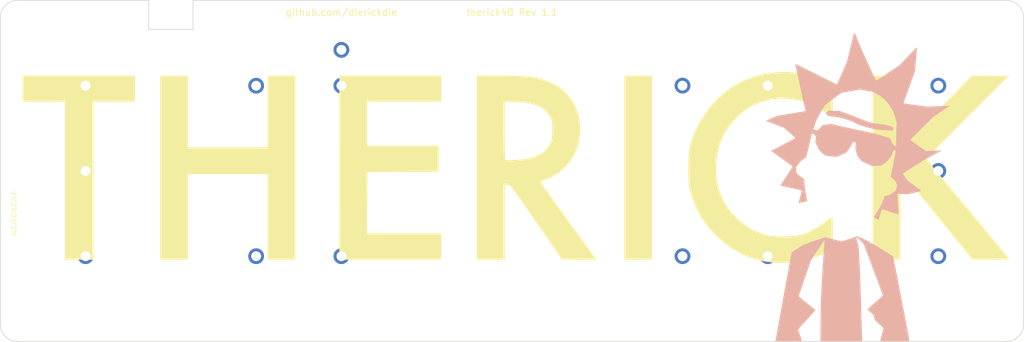
<source format=kicad_pcb>
(kicad_pcb (version 20171130) (host pcbnew "(5.1.2-1)-1")
  (layers (0 F.Cu signal) (31 B.Cu signal) (34 B.Paste user) (35 F.Paste user) (36 B.SilkS user) (37 F.SilkS user) (38 B.Mask user) (39 F.Mask user) (44 Edge.Cuts user))
  (net 0 "")
  (module Artwork:THERICK (layer F.Cu) (at 160.36 72.96)
    (fp_text reference U49 hide)
    (fp_text value HOLE hide)
    (fp_poly (pts (xy 86.541429 -13.153572) (xy 86.544383 -11.481928) (xy 86.552837 -9.927895) (xy 86.566177 -8.52779) (xy 86.58379 -7.317933) (xy 86.605064 -6.334643) (xy 86.629383 -5.61424) (xy 86.656136 -5.193043) (xy 86.6775 -5.095355) (xy 86.824557 -5.224856) (xy 87.201854 -5.592937) (xy 87.787423 -6.177302) (xy 88.559299 -6.955652) (xy 89.495516 -7.90569) (xy 90.574106 -9.005118) (xy 91.773104 -10.231639) (xy 93.070542 -11.562955) (xy 94.444456 -12.976769) (xy 94.615 -13.152539) (xy 102.416429 -21.194368) (xy 106.588619 -21.210756) (xy 110.760809 -21.227143) (xy 101.521567 -11.986569) (xy 99.753816 -10.21758) (xy 98.226687 -8.686557) (xy 96.92344 -7.375669) (xy 95.827337 -6.267087) (xy 94.921638 -5.342981) (xy 94.189605 -4.585522) (xy 93.614499 -3.97688) (xy 93.17958 -3.499225) (xy 92.86811 -3.134729) (xy 92.66335 -2.86556) (xy 92.548561 -2.673891) (xy 92.507003 -2.541891) (xy 92.521938 -2.45173) (xy 92.54152 -2.421436) (xy 92.696489 -2.23282) (xy 93.064894 -1.78724) (xy 93.628341 -1.106874) (xy 94.368438 -0.213901) (xy 95.266789 0.869502) (xy 96.305002 2.121157) (xy 97.464682 3.518884) (xy 98.727436 5.040507) (xy 100.07487 6.663848) (xy 101.488591 8.366727) (xy 101.710637 8.634161) (xy 103.129267 10.343415) (xy 104.481451 11.973908) (xy 105.749138 13.503793) (xy 106.914276 14.911226) (xy 107.958814 16.17436) (xy 108.8647 17.271349) (xy 109.613883 18.180346) (xy 110.18831 18.879507) (xy 110.569931 19.346985) (xy 110.740694 19.560934) (xy 110.747416 19.570456) (xy 110.684449 19.641034) (xy 110.380363 19.695196) (xy 109.809268 19.734258) (xy 108.945277 19.759539) (xy 107.762501 19.772356) (xy 106.736065 19.774619) (xy 102.597857 19.773523) (xy 95.259568 10.70319) (xy 93.986099 9.131205) (xy 92.779362 7.645585) (xy 91.658732 6.269925) (xy 90.643586 5.027819) (xy 89.753298 3.942863) (xy 89.007244 3.038651) (xy 88.424799 2.338777) (xy 88.025338 1.866836) (xy 87.828238 1.646423) (xy 87.81123 1.632857) (xy 87.630246 1.751834) (xy 87.29916 2.052818) (xy 87.121305 2.231137) (xy 86.541429 2.829417) (xy 86.541429 19.775714) (xy 80.372857 19.775714) (xy 80.372857 -21.227143) (xy 86.541429 -21.227143) (xy 86.541429 -13.153572)) (layer F.SilkS) (width 0.01))
    (fp_poly (pts (xy 31.205714 19.775714) (xy 25.037143 19.775714) (xy 25.037143 -21.227143) (xy 31.205714 -21.227143) (xy 31.205714 19.775714)) (layer F.SilkS) (width 0.01))
    (fp_poly (pts (xy -2.8575 -21.226632) (xy -0.86858 -21.216504) (xy 0.810534 -21.183525) (xy 2.232432 -21.123129) (xy 3.449703 -21.030751) (xy 4.514938 -20.901828) (xy 5.480726 -20.731793) (xy 6.399657 -20.516083) (xy 6.889408 -20.380595) (xy 8.882546 -19.635106) (xy 10.622015 -18.633251) (xy 12.097926 -17.387428) (xy 13.300389 -15.91004) (xy 14.219516 -14.213488) (xy 14.845416 -12.310172) (xy 15.1682 -10.212495) (xy 15.184266 -9.978844) (xy 15.147829 -7.876509) (xy 14.788165 -5.882202) (xy 14.122034 -4.025788) (xy 13.166193 -2.337132) (xy 11.937404 -0.846102) (xy 10.452426 0.417438) (xy 8.806709 1.386127) (xy 8.106551 1.700047) (xy 7.450292 1.955484) (xy 6.972174 2.100505) (xy 6.947066 2.105515) (xy 6.543507 2.227169) (xy 6.352377 2.375195) (xy 6.35 2.391142) (xy 6.453811 2.565574) (xy 6.752762 3.006838) (xy 7.228126 3.688631) (xy 7.861178 4.584653) (xy 8.633193 5.6686) (xy 9.525445 6.914172) (xy 10.519208 8.295066) (xy 11.595758 9.78498) (xy 12.600244 11.170237) (xy 18.850489 19.775714) (xy 15.004173 19.766417) (xy 11.157857 19.757119) (xy 5.365321 11.420702) (xy 4.12364 9.634461) (xy 3.071038 8.123419) (xy 2.189863 6.864566) (xy 1.462464 5.834894) (xy 0.87119 5.011394) (xy 0.398388 4.371057) (xy 0.026408 3.890874) (xy -0.262402 3.547836) (xy -0.485694 3.318933) (xy -0.66112 3.181158) (xy -0.80633 3.111501) (xy -0.938976 3.086953) (xy -1.030036 3.084286) (xy -1.632857 3.084286) (xy -1.632857 19.775714) (xy -7.801428 19.775714) (xy -7.801428 -9.010953) (xy -1.632857 -9.010953) (xy -1.629133 -7.519354) (xy -1.618543 -6.142944) (xy -1.601962 -4.923771) (xy -1.580262 -3.903885) (xy -1.554317 -3.125333) (xy -1.525002 -2.630165) (xy -1.496786 -2.461875) (xy -1.254816 -2.407086) (xy -0.730217 -2.391724) (xy -0.000467 -2.410641) (xy 0.856954 -2.458687) (xy 1.764568 -2.530712) (xy 2.644896 -2.621568) (xy 3.420458 -2.726105) (xy 3.947692 -2.823724) (xy 5.522941 -3.329353) (xy 6.830792 -4.073763) (xy 7.866184 -5.053314) (xy 8.567093 -6.145479) (xy 8.752644 -6.569216) (xy 8.873658 -7.000286) (xy 8.943241 -7.531385) (xy 8.974495 -8.255207) (xy 8.980714 -9.071429) (xy 8.973839 -9.999356) (xy 8.94302 -10.658621) (xy 8.872966 -11.143314) (xy 8.748387 -11.547525) (xy 8.553993 -11.965346) (xy 8.490705 -12.086724) (xy 7.745203 -13.140985) (xy 6.724784 -13.991442) (xy 5.422313 -14.640968) (xy 3.830659 -15.092435) (xy 1.942686 -15.348717) (xy 0.226786 -15.415099) (xy -1.632857 -15.421429) (xy -1.632857 -9.010953) (xy -7.801428 -9.010953) (xy -7.801428 -21.227143) (xy -2.8575 -21.226632)) (layer F.SilkS) (width 0.01))
    (fp_poly (pts (xy -15.784286 -15.421429) (xy -32.294286 -15.421429) (xy -32.294286 -5.624286) (xy -16.328571 -5.624286) (xy -16.328571 0.177614) (xy -24.266071 0.224878) (xy -32.203571 0.272143) (xy -32.25111 7.121071) (xy -32.298649 13.97) (xy -15.784286 13.97) (xy -15.784286 19.775714) (xy -38.462857 19.775714) (xy -38.462857 -21.227143) (xy -15.784286 -21.227143) (xy -15.784286 -15.421429)) (layer F.SilkS) (width 0.01))
    (fp_poly (pts (xy -72.208571 -5.261429) (xy -54.428571 -5.261429) (xy -54.428571 -21.227143) (xy -48.26 -21.227143) (xy -48.26 19.775714) (xy -54.428571 19.775714) (xy -54.428571 0.725714) (xy -72.208571 0.725714) (xy -72.208571 19.775714) (xy -78.377143 19.775714) (xy -78.377143 -21.227143) (xy -72.208571 -21.227143) (xy -72.208571 -5.261429)) (layer F.SilkS) (width 0.01))
    (fp_poly (pts (xy -84.001428 -15.421429) (xy -93.254286 -15.421429) (xy -93.254286 19.775714) (xy -99.604286 19.775714) (xy -99.604286 -15.421429) (xy -109.038571 -15.421429) (xy -109.038571 -21.227143) (xy -84.001428 -21.227143) (xy -84.001428 -15.421429)) (layer F.SilkS) (width 0.01))
    (fp_poly (pts (xy 63.962095 -21.825014) (xy 66.518146 -21.269081) (xy 67.037857 -21.111441) (xy 67.596927 -20.908104) (xy 68.36212 -20.596803) (xy 69.212931 -20.227616) (xy 69.713929 -19.999363) (xy 71.482857 -19.176683) (xy 71.482857 -11.758092) (xy 70.621072 -12.408957) (xy 68.491907 -13.823745) (xy 66.302874 -14.90734) (xy 64.07702 -15.657516) (xy 61.837395 -16.072047) (xy 59.607048 -16.148708) (xy 57.409029 -15.885273) (xy 55.266387 -15.279518) (xy 53.202172 -14.329216) (xy 52.84688 -14.125051) (xy 51.51512 -13.187418) (xy 50.184707 -11.980113) (xy 48.932844 -10.588305) (xy 47.836738 -9.097159) (xy 47.032218 -7.710714) (xy 46.246289 -5.766109) (xy 45.724895 -3.645744) (xy 45.474187 -1.428621) (xy 45.500317 0.806261) (xy 45.809435 2.9799) (xy 46.109253 4.143607) (xy 46.893011 6.129148) (xy 47.986788 8.016141) (xy 49.344306 9.750948) (xy 50.919284 11.279932) (xy 52.665441 12.549454) (xy 53.975 13.259797) (xy 55.127526 13.76871) (xy 56.146615 14.133244) (xy 57.13875 14.375393) (xy 58.210416 14.517148) (xy 59.468094 14.580504) (xy 60.415714 14.590065) (xy 61.795621 14.561868) (xy 63.014037 14.462424) (xy 64.127531 14.269453) (xy 65.19267 13.960677) (xy 66.266022 13.513817) (xy 67.404153 12.906594) (xy 68.663632 12.116729) (xy 70.101026 11.121943) (xy 71.14425 10.364656) (xy 71.257479 10.29533) (xy 71.342181 10.305341) (xy 71.402489 10.437472) (xy 71.442537 10.734505) (xy 71.46646 11.239221) (xy 71.478392 11.994403) (xy 71.482465 13.042833) (xy 71.482857 13.868925) (xy 71.482857 17.622109) (xy 69.986072 18.323291) (xy 67.349545 19.364294) (xy 64.608863 20.076038) (xy 61.810333 20.452061) (xy 59.000262 20.485899) (xy 56.458626 20.211609) (xy 53.884965 19.597764) (xy 51.421177 18.640603) (xy 49.078218 17.345923) (xy 46.867046 15.719523) (xy 45.34917 14.332857) (xy 43.585845 12.386523) (xy 42.147019 10.362462) (xy 40.994532 8.194971) (xy 40.090226 5.81835) (xy 39.772152 4.730527) (xy 39.604268 4.07609) (xy 39.481464 3.492591) (xy 39.396576 2.902316) (xy 39.342441 2.227552) (xy 39.311895 1.390583) (xy 39.297774 0.313697) (xy 39.29428 -0.453572) (xy 39.309993 -2.091749) (xy 39.37784 -3.460097) (xy 39.513188 -4.649775) (xy 39.7314 -5.751943) (xy 40.047841 -6.857761) (xy 40.477878 -8.058387) (xy 40.650189 -8.498098) (xy 41.662083 -10.627829) (xy 42.967155 -12.722745) (xy 44.505564 -14.708793) (xy 46.217466 -16.511921) (xy 48.043018 -18.058074) (xy 48.818214 -18.605688) (xy 51.066376 -19.887807) (xy 53.492308 -20.880976) (xy 56.045429 -21.578238) (xy 58.675155 -21.972636) (xy 61.330904 -22.057213) (xy 63.962095 -21.825014)) (layer F.SilkS) (width 0.01))
  )
  (module Artwork:rick_large (layer B.Cu) (at 237.60625 76.596875 180)
    (fp_text reference U65 hide)
    (fp_text value HOLE hide)
    (fp_poly (pts (xy 7.015348 16.828876) (xy 7.293472 16.555918) (xy 7.179463 16.265675) (xy 7.129511 16.145662) (xy 7.07489 16.054858) (xy 6.997239 15.986717) (xy 6.878202 15.934695) (xy 6.699419 15.892244) (xy 6.442533 15.852821) (xy 6.089185 15.809878) (xy 5.813351 15.778586) (xy 5.115897 15.680371) (xy 4.388311 15.542399) (xy 3.655785 15.371742) (xy 2.943513 15.175471) (xy 2.276688 14.960658) (xy 1.680501 14.734375) (xy 1.180146 14.503692) (xy 1.0795 14.449778) (xy 0.402342 14.116625) (xy -0.39138 13.800847) (xy -1.292025 13.50565) (xy -2.289948 13.234239) (xy -3.20675 13.024787) (xy -3.5783 12.952725) (xy -3.968008 12.89035) (xy -4.394824 12.835683) (xy -4.877699 12.786744) (xy -5.435581 12.741555) (xy -6.087421 12.698138) (xy -6.643891 12.665849) (xy -7.350532 12.626799) (xy -7.576549 12.825244) (xy -7.802566 13.02369) (xy -7.670251 13.247946) (xy -7.608846 13.346706) (xy -7.544687 13.422574) (xy -7.457186 13.485047) (xy -7.325758 13.543623) (xy -7.129814 13.607798) (xy -6.848768 13.687069) (xy -6.536107 13.771137) (xy -6.058887 13.881287) (xy -5.498397 13.977611) (xy -4.836374 14.063075) (xy -4.550905 14.093677) (xy -4.070542 14.145372) (xy -3.684674 14.194513) (xy -3.361081 14.247023) (xy -3.06754 14.308823) (xy -2.77183 14.385833) (xy -2.463338 14.477309) (xy -2.089201 14.599415) (xy -1.694645 14.739606) (xy -1.32836 14.879975) (xy -1.055683 14.995019) (xy -0.864897 15.076463) (xy -0.571936 15.194925) (xy -0.193899 15.343793) (xy 0.252119 15.516454) (xy 0.74902 15.706296) (xy 1.279707 15.906708) (xy 1.827084 16.111078) (xy 1.901192 16.13856) (xy 4.278634 17.019493) (xy 5.507929 17.060663) (xy 6.737225 17.101833) (xy 7.015348 16.828876)) (layer B.SilkS) (width 0.01))
    (fp_poly (pts (xy 1.043847 34.277804) (xy 1.0795 34.255908) (xy 1.094033 34.189366) (xy 1.135755 34.011175) (xy 1.201843 33.733091) (xy 1.289476 33.366867) (xy 1.395834 32.924258) (xy 1.518096 32.41702) (xy 1.653441 31.856908) (xy 1.799048 31.255675) (xy 1.840353 31.085353) (xy 2.601207 27.948892) (xy 3.697728 25.436492) (xy 3.964582 24.829531) (xy 4.20467 24.292426) (xy 4.414362 23.832892) (xy 4.590029 23.458647) (xy 4.728041 23.177407) (xy 4.824767 22.996886) (xy 4.876578 22.924801) (xy 4.879835 22.923797) (xy 4.948542 22.951763) (xy 5.121889 23.032908) (xy 5.391253 23.162954) (xy 5.748013 23.337627) (xy 6.183546 23.552651) (xy 6.68923 23.803751) (xy 7.256444 24.086652) (xy 7.876565 24.397079) (xy 8.540971 24.730756) (xy 9.24104 25.083407) (xy 9.565687 25.247293) (xy 10.404904 25.670873) (xy 11.137824 26.039939) (xy 11.771256 26.357736) (xy 12.31201 26.627506) (xy 12.766895 26.852494) (xy 13.142721 27.035945) (xy 13.446296 27.181101) (xy 13.68443 27.291208) (xy 13.863932 27.369508) (xy 13.991611 27.419247) (xy 14.074277 27.443668) (xy 14.11874 27.446015) (xy 14.131807 27.429532) (xy 14.130811 27.422168) (xy 14.084473 27.22151) (xy 14.016591 26.921487) (xy 13.929576 26.5331) (xy 13.825838 26.067352) (xy 13.707789 25.535245) (xy 13.57784 24.947781) (xy 13.438403 24.315962) (xy 13.291889 23.65079) (xy 13.140709 22.963268) (xy 12.987275 22.264397) (xy 12.833997 21.565179) (xy 12.683286 20.876617) (xy 12.537555 20.209712) (xy 12.399215 19.575467) (xy 12.270675 18.984884) (xy 12.154349 18.448965) (xy 12.052647 17.978712) (xy 11.96798 17.585127) (xy 11.90276 17.279213) (xy 11.859398 17.071971) (xy 11.840305 16.974403) (xy 11.839676 16.968158) (xy 11.904334 16.954459) (xy 12.082374 16.922627) (xy 12.361782 16.874669) (xy 12.730547 16.812592) (xy 13.176657 16.738402) (xy 13.6881 16.654105) (xy 14.252863 16.561709) (xy 14.858935 16.46322) (xy 14.972681 16.444806) (xy 18.08603 15.941111) (xy 19.361765 15.385532) (xy 19.73342 15.22223) (xy 20.062424 15.0749) (xy 20.332077 14.951249) (xy 20.525682 14.858983) (xy 20.626538 14.805811) (xy 20.637233 14.796851) (xy 20.580025 14.767276) (xy 20.417745 14.698516) (xy 20.164209 14.596044) (xy 19.833236 14.465334) (xy 19.438643 14.311857) (xy 18.994247 14.141086) (xy 18.664157 14.015408) (xy 16.691348 13.267065) (xy 15.394174 12.152486) (xy 15.051392 11.856408) (xy 14.742588 11.586711) (xy 14.480255 11.354547) (xy 14.276886 11.171068) (xy 14.144976 11.047427) (xy 14.097017 10.994775) (xy 14.097 10.994537) (xy 14.151089 10.954749) (xy 14.304039 10.864105) (xy 14.541873 10.730026) (xy 14.850614 10.559936) (xy 15.216284 10.361259) (xy 15.624907 10.141417) (xy 16.062507 9.907835) (xy 16.515105 9.667934) (xy 16.968725 9.42914) (xy 17.409389 9.198874) (xy 17.823122 8.98456) (xy 18.195946 8.793622) (xy 18.513883 8.633483) (xy 18.762958 8.511566) (xy 18.843625 8.473566) (xy 19.102753 8.349682) (xy 19.312942 8.241658) (xy 19.451024 8.161913) (xy 19.4945 8.124726) (xy 19.444414 8.079262) (xy 19.300974 7.967816) (xy 19.074406 7.797893) (xy 18.774934 7.576996) (xy 18.412785 7.312632) (xy 17.998183 7.012303) (xy 17.541354 6.683515) (xy 17.11325 6.37711) (xy 16.627564 6.028925) (xy 16.175176 5.701811) (xy 15.766323 5.403373) (xy 15.411242 5.141216) (xy 15.120169 4.922942) (xy 14.90334 4.756156) (xy 14.770994 4.648461) (xy 14.73254 4.608679) (xy 14.766464 4.542089) (xy 14.862956 4.381471) (xy 15.014467 4.138684) (xy 15.213448 3.825591) (xy 15.452348 3.45405) (xy 15.72362 3.035924) (xy 16.019712 2.583072) (xy 16.089709 2.4765) (xy 16.389238 2.019537) (xy 16.664847 1.596538) (xy 16.909148 1.219031) (xy 17.114756 0.898546) (xy 17.274283 0.64661) (xy 17.380343 0.474752) (xy 17.42555 0.394499) (xy 17.426509 0.390132) (xy 17.36222 0.371669) (xy 17.187559 0.328801) (xy 16.916129 0.26468) (xy 16.561533 0.182456) (xy 16.137374 0.08528) (xy 15.657254 -0.023698) (xy 15.134776 -0.141327) (xy 15.047322 -0.160927) (xy 14.51916 -0.279662) (xy 14.031053 -0.390238) (xy 13.596622 -0.489504) (xy 13.229488 -0.574313) (xy 12.943273 -0.641512) (xy 12.751598 -0.687953) (xy 12.668085 -0.710486) (xy 12.665666 -0.711666) (xy 12.675013 -0.776648) (xy 12.713448 -0.946579) (xy 12.776604 -1.203895) (xy 12.860116 -1.53103) (xy 12.959619 -1.910419) (xy 13.0175 -2.12725) (xy 13.12408 -2.526615) (xy 13.217756 -2.882344) (xy 13.294045 -3.177027) (xy 13.348467 -3.393256) (xy 13.376542 -3.513621) (xy 13.379191 -3.532612) (xy 13.316115 -3.52381) (xy 13.155508 -3.490317) (xy 12.923043 -3.438248) (xy 12.644397 -3.373721) (xy 12.345244 -3.302853) (xy 12.051258 -3.231761) (xy 11.788115 -3.166562) (xy 11.581489 -3.113373) (xy 11.457054 -3.078311) (xy 11.432868 -3.068898) (xy 11.433661 -2.998799) (xy 11.473604 -2.861035) (xy 11.481705 -2.839201) (xy 11.514058 -2.719856) (xy 11.562717 -2.495513) (xy 11.623738 -2.186548) (xy 11.693176 -1.813339) (xy 11.767087 -1.396261) (xy 11.812212 -1.131816) (xy 11.907124 -0.546808) (xy 11.977248 -0.063396) (xy 12.025153 0.340843) (xy 12.053406 0.688332) (xy 12.064575 1.001494) (xy 12.065 1.075627) (xy 12.065 1.779638) (xy 12.92225 2.415304) (xy 13.205406 2.626354) (xy 13.449123 2.810074) (xy 13.636681 2.953695) (xy 13.751364 3.044445) (xy 13.7795 3.070182) (xy 13.787777 3.136952) (xy 13.810191 3.302904) (xy 13.843115 3.54147) (xy 13.874962 3.76945) (xy 13.970425 4.449506) (xy 13.39345 5.178207) (xy 13.148671 5.481797) (xy 12.952481 5.707406) (xy 12.77877 5.879761) (xy 12.601427 6.02359) (xy 12.394342 6.163621) (xy 12.2739 6.238466) (xy 12.036764 6.392494) (xy 11.84008 6.537214) (xy 11.71066 6.651998) (xy 11.676356 6.698137) (xy 11.646581 6.795509) (xy 11.593703 6.997106) (xy 11.522568 7.283264) (xy 11.438022 7.634323) (xy 11.344913 8.03062) (xy 11.300414 8.22325) (xy 11.157711 8.839369) (xy 11.017343 9.436048) (xy 10.882451 10.00064) (xy 10.756175 10.520496) (xy 10.641656 10.982967) (xy 10.542034 11.375404) (xy 10.46045 11.68516) (xy 10.400046 11.899586) (xy 10.363961 12.006033) (xy 10.359072 12.01433) (xy 10.297158 11.995208) (xy 10.166571 11.905976) (xy 9.991056 11.763631) (xy 9.912524 11.694673) (xy 9.506557 11.330437) (xy 9.564592 10.647347) (xy 9.622626 9.964256) (xy 9.245405 9.139933) (xy 8.868184 8.315609) (xy 7.52475 7.068099) (xy 6.235506 6.91245) (xy 4.946263 6.756801) (xy 3.871563 7.204276) (xy 2.796864 7.65175) (xy 2.262021 8.347042) (xy 1.930262 8.804865) (xy 1.684225 9.207401) (xy 1.519413 9.553542) (xy 1.424145 9.785876) (xy 1.347597 9.968682) (xy 1.301717 10.07359) (xy 1.294577 10.087456) (xy 1.229128 10.085779) (xy 1.079195 10.057183) (xy 0.95037 10.026318) (xy 0.623234 9.942476) (xy 0.671018 9.305113) (xy 0.693029 9.015314) (xy 0.705865 8.800566) (xy 0.705726 8.629226) (xy 0.688807 8.46965) (xy 0.651308 8.290195) (xy 0.589426 8.059219) (xy 0.499359 7.745078) (xy 0.472216 7.650616) (xy 0.235819 6.82625) (xy -0.260109 6.283627) (xy -0.756036 5.741004) (xy -1.886143 5.230568) (xy -3.01625 4.720131) (xy -4.03225 4.791852) (xy -5.04825 4.863572) (xy -5.715 5.322535) (xy -6.022632 5.540826) (xy -6.257738 5.72882) (xy -6.456679 5.921402) (xy -6.655818 6.153452) (xy -6.868318 6.428937) (xy -7.100643 6.748854) (xy -7.270602 7.014456) (xy -7.400501 7.266087) (xy -7.512646 7.544087) (xy -7.560889 7.681563) (xy -7.649176 7.938078) (xy -7.722395 8.145496) (xy -7.771015 8.277114) (xy -7.785073 8.309586) (xy -7.847792 8.299378) (xy -7.984956 8.247049) (xy -8.058472 8.214336) (xy -8.232001 8.110416) (xy -8.290804 8.015203) (xy -8.288851 8.001) (xy -8.253995 7.85174) (xy -8.199591 7.599648) (xy -8.130045 7.266615) (xy -8.049761 6.87453) (xy -7.963146 6.445283) (xy -7.874604 6.000764) (xy -7.788542 5.562861) (xy -7.709365 5.153465) (xy -7.641478 4.794465) (xy -7.618991 4.672714) (xy -7.542682 4.260981) (xy -7.46282 3.838678) (xy -7.386828 3.444504) (xy -7.322129 3.11716) (xy -7.296194 2.989964) (xy -7.170048 2.38125) (xy -7.704762 1.87325) (xy -7.950267 1.633709) (xy -8.123439 1.443646) (xy -8.248522 1.270067) (xy -8.349763 1.079982) (xy -8.4365 0.877525) (xy -8.633523 0.3898) (xy -8.421064 -0.201975) (xy -8.208604 -0.79375) (xy -7.540952 -1.281431) (xy -7.262594 -1.482573) (xy -7.056355 -1.621695) (xy -6.892701 -1.712911) (xy -6.742099 -1.770332) (xy -6.575014 -1.80807) (xy -6.375391 -1.838366) (xy -6.136266 -1.876465) (xy -5.948778 -1.915377) (xy -5.846218 -1.947943) (xy -5.838011 -1.953934) (xy -5.801474 -2.029213) (xy -5.732636 -2.197848) (xy -5.6419 -2.433588) (xy -5.555375 -2.667) (xy -5.341305 -3.207685) (xy -5.083407 -3.784335) (xy -4.796979 -4.367531) (xy -4.497321 -4.927853) (xy -4.199731 -5.435884) (xy -3.919511 -5.862204) (xy -3.830237 -5.984203) (xy -3.650913 -6.224304) (xy -3.506009 -6.424681) (xy -3.409411 -6.565655) (xy -3.375007 -6.627548) (xy -3.375494 -6.628611) (xy -3.435222 -6.666684) (xy -3.578191 -6.75673) (xy -3.779969 -6.88338) (xy -3.919956 -6.971082) (xy -4.442661 -7.298345) (xy -4.548283 -6.935297) (xy -4.606811 -6.732804) (xy -4.689346 -6.445518) (xy -4.785172 -6.110809) (xy -4.883575 -5.766045) (xy -4.889073 -5.74675) (xy -5.001585 -5.374573) (xy -5.097339 -5.10486) (xy -5.173246 -4.945581) (xy -5.21575 -4.903293) (xy -5.297188 -4.918443) (xy -5.482879 -4.970036) (xy -5.757009 -5.053132) (xy -6.103762 -5.162795) (xy -6.507323 -5.294086) (xy -6.951876 -5.442068) (xy -7.082117 -5.486015) (xy -7.53118 -5.63718) (xy -7.939732 -5.773144) (xy -8.29276 -5.889036) (xy -8.575253 -5.979985) (xy -8.772199 -6.041121) (xy -8.868585 -6.067571) (xy -8.875686 -6.067981) (xy -8.876949 -6.002742) (xy -8.871714 -5.828561) (xy -8.86091 -5.563278) (xy -8.845463 -5.224733) (xy -8.826302 -4.830767) (xy -8.804353 -4.39922) (xy -8.780545 -3.947932) (xy -8.755806 -3.494745) (xy -8.731062 -3.057497) (xy -8.707241 -2.65403) (xy -8.685272 -2.302184) (xy -8.666081 -2.019799) (xy -8.663066 -1.978698) (xy -8.623654 -1.449146) (xy -11.01725 -1.536832) (xy -12.446 -1.205074) (xy -12.855495 -1.108529) (xy -13.223657 -1.018947) (xy -13.532384 -0.940962) (xy -13.763571 -0.879204) (xy -13.899113 -0.838308) (xy -13.926466 -0.826267) (xy -13.893377 -0.776701) (xy -13.771104 -0.665579) (xy -13.57416 -0.504668) (xy -13.317056 -0.305737) (xy -13.014303 -0.080554) (xy -12.942216 -0.028082) (xy -12.443207 0.33397) (xy -12.034425 0.63237) (xy -11.703356 0.878123) (xy -11.437489 1.082233) (xy -11.22431 1.255704) (xy -11.051306 1.409541) (xy -10.905964 1.554749) (xy -10.775771 1.702331) (xy -10.648215 1.863292) (xy -10.510782 2.048637) (xy -10.387906 2.21828) (xy -10.19478 2.491056) (xy -10.033704 2.729327) (xy -9.917241 2.91364) (xy -9.857955 3.024544) (xy -9.853419 3.045788) (xy -9.909641 3.090996) (xy -10.062467 3.197144) (xy -10.301206 3.357221) (xy -10.615168 3.564215) (xy -10.993664 3.811115) (xy -11.426004 4.09091) (xy -11.901499 4.396589) (xy -12.35075 4.68373) (xy -13.011675 5.103308) (xy -13.586506 5.463835) (xy -14.094809 5.776727) (xy -14.556147 6.053398) (xy -14.990087 6.305265) (xy -15.416192 6.543742) (xy -15.854026 6.780244) (xy -16.323155 7.026188) (xy -16.680433 7.209973) (xy -17.124505 7.437973) (xy -17.529136 7.647524) (xy -17.881274 7.831725) (xy -18.167868 7.983675) (xy -18.375867 8.096474) (xy -18.492221 8.163221) (xy -18.512497 8.178671) (xy -18.44605 8.181785) (xy -18.269307 8.179891) (xy -17.998851 8.173449) (xy -17.651268 8.162916) (xy -17.243143 8.148749) (xy -16.791061 8.131405) (xy -16.77235 8.130654) (xy -15.053322 8.061518) (xy -13.273411 9.280955) (xy -12.85295 9.57017) (xy -12.4679 9.837243) (xy -12.130337 10.073629) (xy -11.852334 10.270777) (xy -11.645966 10.420142) (xy -11.523308 10.513174) (xy -11.4935 10.540992) (xy -11.537321 10.591947) (xy -11.663425 10.724084) (xy -11.863776 10.929301) (xy -12.130337 11.1995) (xy -12.455072 11.52658) (xy -12.829943 11.90244) (xy -13.246915 12.31898) (xy -13.69795 12.7681) (xy -14.049436 13.117172) (xy -15.389184 14.44625) (xy -8.462472 14.44625) (xy -8.409172 12.41425) (xy -8.396019 11.882054) (xy -8.384569 11.358604) (xy -8.375199 10.866051) (xy -8.368282 10.42655) (xy -8.364194 10.062251) (xy -8.363308 9.795308) (xy -8.363795 9.731375) (xy -8.36478 9.461235) (xy -8.361184 9.245856) (xy -8.353717 9.111784) (xy -8.346342 9.0805) (xy -8.283862 9.112027) (xy -8.146238 9.194194) (xy -7.985336 9.295201) (xy -7.838048 9.394776) (xy -7.726518 9.491851) (xy -7.632006 9.612905) (xy -7.535771 9.784415) (xy -7.419076 10.032861) (xy -7.344058 10.201315) (xy -7.038411 10.892728) (xy -6.170331 11.19068) (xy -5.567917 11.384278) (xy -4.847824 11.592444) (xy -4.018279 11.81313) (xy -3.08751 12.044288) (xy -2.063747 12.283869) (xy -0.955216 12.529824) (xy 0.132727 12.760034) (xy 0.765059 12.892789) (xy 1.438443 13.037427) (xy 2.123748 13.187471) (xy 2.791843 13.336444) (xy 3.413596 13.47787) (xy 3.959876 13.605272) (xy 4.275042 13.680998) (xy 4.733561 13.790778) (xy 5.1626 13.889342) (xy 5.543493 13.972729) (xy 5.857575 14.036975) (xy 6.086182 14.078118) (xy 6.210648 14.092195) (xy 6.211792 14.092176) (xy 6.362593 14.080036) (xy 6.606247 14.050356) (xy 6.910504 14.007445) (xy 7.243109 13.955609) (xy 7.28153 13.949301) (xy 8.11781 13.81125) (xy 8.607033 13.255625) (xy 8.807951 13.036332) (xy 8.986384 12.857853) (xy 9.122086 12.739414) (xy 9.192181 12.7) (xy 9.327229 12.71174) (xy 9.518207 12.741795) (xy 9.727809 12.78242) (xy 9.918732 12.825869) (xy 10.053671 12.864397) (xy 10.0965 12.887765) (xy 10.077293 12.95792) (xy 10.024083 13.127895) (xy 9.943484 13.377182) (xy 9.84211 13.68527) (xy 9.753317 13.951872) (xy 9.642338 14.276378) (xy 9.538482 14.559355) (xy 9.431242 14.823) (xy 9.31011 15.08951) (xy 9.164577 15.381081) (xy 8.984135 15.71991) (xy 8.758277 16.128195) (xy 8.536861 16.521458) (xy 8.303518 16.932739) (xy 8.085121 17.315111) (xy 7.891014 17.652414) (xy 7.73054 17.92849) (xy 7.613043 18.127181) (xy 7.547868 18.232328) (xy 7.545767 18.235393) (xy 7.467691 18.311684) (xy 7.298971 18.451944) (xy 7.052351 18.646392) (xy 6.740576 18.885241) (xy 6.37639 19.158708) (xy 5.972538 19.457009) (xy 5.620793 19.713231) (xy 3.813639 21.021425) (xy -0.251457 21.784251) (xy -1.665604 21.53289) (xy -3.07975 21.28153) (xy -3.974204 20.81664) (xy -4.512647 20.515605) (xy -4.994366 20.196384) (xy -5.445687 19.837329) (xy -5.892935 19.416796) (xy -6.362438 18.913138) (xy -6.547609 18.70075) (xy -7.06036 18.039439) (xy -7.483584 17.346408) (xy -7.830576 16.595547) (xy -8.114631 15.760749) (xy -8.196863 15.46225) (xy -8.462472 14.44625) (xy -15.389184 14.44625) (xy -16.605371 15.65275) (xy -18.431735 16.884909) (xy -18.857538 17.173328) (xy -19.246742 17.439177) (xy -19.587558 17.674229) (xy -19.868194 17.870258) (xy -20.07686 18.019038) (xy -20.201767 18.112343) (xy -20.233299 18.141869) (xy -20.166483 18.14491) (xy -19.986675 18.142933) (xy -19.707767 18.136353) (xy -19.343652 18.125589) (xy -18.90822 18.111055) (xy -18.415364 18.09317) (xy -17.878976 18.072349) (xy -17.771874 18.068039) (xy -15.33525 17.969407) (xy -12.8905 18.286481) (xy -12.216724 18.373873) (xy -11.658097 18.446594) (xy -11.203836 18.506417) (xy -10.843161 18.555114) (xy -10.565289 18.594461) (xy -10.359438 18.626228) (xy -10.214827 18.652191) (xy -10.120674 18.674122) (xy -10.066196 18.693795) (xy -10.040613 18.712982) (xy -10.033141 18.733458) (xy -10.033 18.756456) (xy -10.053968 18.829505) (xy -10.11436 19.01127) (xy -10.210408 19.291034) (xy -10.338344 19.658084) (xy -10.494399 20.101705) (xy -10.674807 20.611182) (xy -10.875799 21.1758) (xy -11.093606 21.784844) (xy -11.304555 22.372282) (xy -12.576109 25.906407) (xy -12.798573 28.551269) (xy -12.845681 29.116432) (xy -12.888561 29.640789) (xy -12.926197 30.111171) (xy -12.957573 30.514405) (xy -12.981674 30.837321) (xy -12.997483 31.066747) (xy -13.003985 31.189511) (xy -13.003393 31.206806) (xy -12.956982 31.164956) (xy -12.831253 31.040934) (xy -12.635179 30.843856) (xy -12.377732 30.582838) (xy -12.067885 30.267) (xy -11.714611 29.905456) (xy -11.326882 29.507326) (xy -11.024011 29.1955) (xy -9.062272 27.17352) (xy -6.549393 25.483471) (xy -6.04238 25.143328) (xy -5.565558 24.825078) (xy -5.129649 24.53576) (xy -4.745374 24.282414) (xy -4.423455 24.072081) (xy -4.174614 23.911801) (xy -4.009574 23.808612) (xy -3.939133 23.769575) (xy -3.904803 23.793075) (xy -3.845378 23.878871) (xy -3.757836 24.03316) (xy -3.639154 24.262144) (xy -3.486311 24.572022) (xy -3.296286 24.968993) (xy -3.066056 25.459257) (xy -2.792601 26.049013) (xy -2.472898 26.744462) (xy -2.224534 27.287489) (xy -1.868752 28.066769) (xy -1.560715 28.742029) (xy -1.295401 29.324766) (xy -1.067789 29.826479) (xy -0.872856 30.258666) (xy -0.705582 30.632826) (xy -0.560943 30.960456) (xy -0.433918 31.253056) (xy -0.319485 31.522122) (xy -0.212623 31.779155) (xy -0.108309 32.035651) (xy -0.001522 32.30311) (xy 0.11276 32.593029) (xy 0.239559 32.916907) (xy 0.286052 33.035876) (xy 0.45047 33.45392) (xy 0.577525 33.767845) (xy 0.674733 33.992334) (xy 0.749609 34.142075) (xy 0.809667 34.231753) (xy 0.862422 34.276055) (xy 0.91539 34.289666) (xy 0.927797 34.29) (xy 1.043847 34.277804)) (layer B.SilkS) (width 0.01))
    (fp_poly (pts (xy 0.570775 -10.964189) (xy 0.582454 -10.986614) (xy 0.646378 -11.022391) (xy 0.815494 -11.090142) (xy 1.073713 -11.184164) (xy 1.404944 -11.298759) (xy 1.793096 -11.428224) (xy 2.204022 -11.561109) (xy 3.80405 -12.07099) (xy 5.5374 -11.616289) (xy 5.986765 -11.497022) (xy 6.395056 -11.386001) (xy 6.746385 -11.287759) (xy 7.02486 -11.20683) (xy 7.214592 -11.14775) (xy 7.29969 -11.115051) (xy 7.3025 -11.112625) (xy 7.367294 -11.12225) (xy 7.538975 -11.170209) (xy 7.80475 -11.252341) (xy 8.151826 -11.364488) (xy 8.567409 -11.50249) (xy 9.038707 -11.662187) (xy 9.552926 -11.83942) (xy 9.763799 -11.912904) (xy 12.193348 -12.762146) (xy 13.478549 -13.566816) (xy 13.843513 -13.796204) (xy 14.174915 -14.006171) (xy 14.456726 -14.186427) (xy 14.672922 -14.326684) (xy 14.807474 -14.416652) (xy 14.843198 -14.442959) (xy 14.884197 -14.5295) (xy 14.939828 -14.715363) (xy 15.003291 -14.974689) (xy 15.067783 -15.281623) (xy 15.078532 -15.337591) (xy 15.172925 -15.838615) (xy 15.286116 -16.443794) (xy 15.415868 -17.140919) (xy 15.559945 -17.917782) (xy 15.716111 -18.762175) (xy 15.88213 -19.661889) (xy 16.055766 -20.604716) (xy 16.234783 -21.578446) (xy 16.416944 -22.570872) (xy 16.600014 -23.569786) (xy 16.781755 -24.562977) (xy 16.959934 -25.538239) (xy 17.132312 -26.483362) (xy 17.296654 -27.386139) (xy 17.450723 -28.23436) (xy 17.592285 -29.015817) (xy 17.719101 -29.718302) (xy 17.828937 -30.329606) (xy 17.919557 -30.837521) (xy 17.974177 -31.14675) (xy 18.078036 -31.7374) (xy 18.17612 -32.293033) (xy 18.266067 -32.800418) (xy 18.345512 -33.246326) (xy 18.412094 -33.617528) (xy 18.46345 -33.900792) (xy 18.497216 -34.08289) (xy 18.510046 -34.147125) (xy 18.544419 -34.29) (xy 15.590459 -34.29) (xy 14.991605 -34.289068) (xy 14.433438 -34.286399) (xy 13.928422 -34.282182) (xy 13.489021 -34.276605) (xy 13.1277 -34.269859) (xy 12.856923 -34.262131) (xy 12.689155 -34.253612) (xy 12.6365 -34.245193) (xy 12.656412 -34.174067) (xy 12.711933 -34.001991) (xy 12.796734 -33.747889) (xy 12.90449 -33.430688) (xy 13.028873 -33.069313) (xy 13.049249 -33.010517) (xy 13.176116 -32.640337) (xy 13.287188 -32.307736) (xy 13.376064 -32.032588) (xy 13.436341 -31.834769) (xy 13.461618 -31.734154) (xy 13.461999 -31.729105) (xy 13.420425 -31.664581) (xy 13.301446 -31.516486) (xy 13.11368 -31.29468) (xy 12.865742 -31.009026) (xy 12.566249 -30.669382) (xy 12.223817 -30.28561) (xy 11.847064 -29.867571) (xy 11.541125 -29.530868) (xy 11.144071 -29.094755) (xy 10.77418 -28.687226) (xy 10.440098 -28.317896) (xy 10.150469 -27.996382) (xy 9.913939 -27.732298) (xy 9.739153 -27.53526) (xy 9.634757 -27.414885) (xy 9.60777 -27.38046) (xy 9.652917 -27.332467) (xy 9.786942 -27.214679) (xy 9.999051 -27.035999) (xy 10.278445 -26.805333) (xy 10.61433 -26.531587) (xy 10.995907 -26.223665) (xy 11.412382 -25.890472) (xy 11.465145 -25.848455) (xy 11.886185 -25.511032) (xy 12.274102 -25.195719) (xy 12.617969 -24.911737) (xy 12.90686 -24.668306) (xy 13.129847 -24.474644) (xy 13.276004 -24.339972) (xy 13.334402 -24.273509) (xy 13.335 -24.270767) (xy 13.314841 -24.196809) (xy 13.256645 -24.012974) (xy 13.163828 -23.729432) (xy 13.039806 -23.356349) (xy 12.887997 -22.903895) (xy 12.711818 -22.382236) (xy 12.514686 -21.801541) (xy 12.300017 -21.171978) (xy 12.07123 -20.503714) (xy 11.967924 -20.202811) (xy 10.600848 -16.22425) (xy 9.189799 -14.102458) (xy 8.815347 -13.54002) (xy 8.504631 -13.075033) (xy 8.251552 -12.698871) (xy 8.050012 -12.402908) (xy 7.893913 -12.178516) (xy 7.777157 -12.017072) (xy 7.693646 -11.909948) (xy 7.637281 -11.848518) (xy 7.601965 -11.824157) (xy 7.581861 -11.827971) (xy 7.581961 -11.894078) (xy 7.591658 -12.073614) (xy 7.610005 -12.35345) (xy 7.636056 -12.720453) (xy 7.668864 -13.161492) (xy 7.707482 -13.663437) (xy 7.750963 -14.213154) (xy 7.777787 -14.54562) (xy 7.821502 -15.109561) (xy 7.869838 -15.779099) (xy 7.92145 -16.532969) (xy 7.974994 -17.349909) (xy 8.029124 -18.208654) (xy 8.082496 -19.087941) (xy 8.133764 -19.966507) (xy 8.181585 -20.823088) (xy 8.217311 -21.49475) (xy 8.267235 -22.474267) (xy 8.309815 -23.351938) (xy 8.345806 -24.152165) (xy 8.37596 -24.899356) (xy 8.401031 -25.617913) (xy 8.421773 -26.332244) (xy 8.438938 -27.066752) (xy 8.45328 -27.845843) (xy 8.465552 -28.693922) (xy 8.476508 -29.635395) (xy 8.480452 -30.019625) (xy 8.523013 -34.29) (xy -0.762 -34.29) (xy -0.761826 -33.702625) (xy -0.759812 -33.518732) (xy -0.754113 -33.223522) (xy -0.745133 -32.832611) (xy -0.733277 -32.361615) (xy -0.718951 -31.82615) (xy -0.702558 -31.241833) (xy -0.684503 -30.62428) (xy -0.667609 -30.06725) (xy -0.646333 -29.369301) (xy -0.622505 -28.573013) (xy -0.596956 -27.707002) (xy -0.570514 -26.799883) (xy -0.54401 -25.880272) (xy -0.518275 -24.976785) (xy -0.494137 -24.118038) (xy -0.475136 -23.4315) (xy -0.450774 -22.619962) (xy -0.420268 -21.726755) (xy -0.384895 -20.782632) (xy -0.34593 -19.818344) (xy -0.304653 -18.864646) (xy -0.262338 -17.952289) (xy -0.220265 -17.112027) (xy -0.188254 -16.523239) (xy 0.000198 -13.202728) (xy 0.291738 -12.18467) (xy 0.386497 -11.844732) (xy 0.464112 -11.54867) (xy 0.519509 -11.31735) (xy 0.547613 -11.171637) (xy 0.547943 -11.131277) (xy 0.483878 -11.152437) (xy 0.345852 -11.251812) (xy 0.1485 -11.416625) (xy -0.09354 -11.634098) (xy -0.365632 -11.891456) (xy -0.653138 -12.175921) (xy -0.679976 -12.203135) (xy -1.137702 -12.66825) (xy -3.267601 -18.334171) (xy -3.572361 -19.145766) (xy -3.864083 -19.924354) (xy -4.13969 -20.661626) (xy -4.396105 -21.34927) (xy -4.630251 -21.978977) (xy -4.839049 -22.542436) (xy -5.019422 -23.031338) (xy -5.168293 -23.437372) (xy -5.282584 -23.752229) (xy -5.359218 -23.967597) (xy -5.395117 -24.075168) (xy -5.3975 -24.08556) (xy -5.35123 -24.145641) (xy -5.219566 -24.278825) (xy -5.013231 -24.475204) (xy -4.742947 -24.72487) (xy -4.419438 -25.017915) (xy -4.053426 -25.344432) (xy -3.667125 -25.684463) (xy -3.270556 -26.032543) (xy -2.905974 -26.354916) (xy -2.584063 -26.641953) (xy -2.315505 -26.884027) (xy -2.110981 -27.07151) (xy -1.981175 -27.194774) (xy -1.93675 -27.243998) (xy -1.983377 -27.298744) (xy -2.111211 -27.416764) (xy -2.302183 -27.582124) (xy -2.538225 -27.778894) (xy -2.608227 -27.836062) (xy -3.279704 -28.382025) (xy -3.480755 -29.034137) (xy -3.681806 -29.68625) (xy -4.603153 -30.505694) (xy -4.90434 -30.779179) (xy -5.160076 -31.022405) (xy -5.357339 -31.222211) (xy -5.483106 -31.365434) (xy -5.5245 -31.436901) (xy -5.508396 -31.521551) (xy -5.464049 -31.706345) (xy -5.397409 -31.969116) (xy -5.314428 -32.287699) (xy -5.221054 -32.639927) (xy -5.12324 -33.003634) (xy -5.026934 -33.356653) (xy -4.938087 -33.676819) (xy -4.86265 -33.941964) (xy -4.806572 -34.129922) (xy -4.781228 -34.205788) (xy -4.7928 -34.224964) (xy -4.849511 -34.241122) (xy -4.960445 -34.254496) (xy -5.13469 -34.265323) (xy -5.381331 -34.273839) (xy -5.709455 -34.280279) (xy -6.128147 -34.284879) (xy -6.646493 -34.287875) (xy -7.27358 -34.289504) (xy -8.018495 -34.289999) (xy -8.025957 -34.29) (xy -8.765816 -34.289595) (xy -9.388315 -34.288201) (xy -9.903091 -34.285552) (xy -10.319781 -34.281381) (xy -10.648022 -34.275418) (xy -10.897452 -34.267398) (xy -11.077707 -34.257053) (xy -11.198427 -34.244115) (xy -11.269246 -34.228317) (xy -11.299804 -34.209391) (xy -11.303 -34.199076) (xy -11.291178 -34.108661) (xy -11.256786 -33.903417) (xy -11.201435 -33.591684) (xy -11.126736 -33.181805) (xy -11.0343 -32.682121) (xy -10.925738 -32.100973) (xy -10.802661 -31.446702) (xy -10.66668 -30.727651) (xy -10.519406 -29.95216) (xy -10.362451 -29.128571) (xy -10.197424 -28.265226) (xy -10.025937 -27.370466) (xy -9.849601 -26.452632) (xy -9.670027 -25.520066) (xy -9.488826 -24.581109) (xy -9.30761 -23.644103) (xy -9.127988 -22.71739) (xy -8.951572 -21.80931) (xy -8.779974 -20.928205) (xy -8.614804 -20.082417) (xy -8.457672 -19.280286) (xy -8.310191 -18.530156) (xy -8.173971 -17.840366) (xy -8.050623 -17.219259) (xy -7.941758 -16.675175) (xy -7.848987 -16.216457) (xy -7.773921 -15.851446) (xy -7.718171 -15.588483) (xy -7.683348 -15.435909) (xy -7.672112 -15.399067) (xy -7.603322 -15.352366) (xy -7.436185 -15.24611) (xy -7.180939 -15.086616) (xy -6.84782 -14.880201) (xy -6.447063 -14.63318) (xy -5.988905 -14.351869) (xy -5.483583 -14.042586) (xy -4.941332 -13.711645) (xy -4.637471 -13.526585) (xy -3.947557 -13.107762) (xy -3.353808 -12.749889) (xy -2.84476 -12.446493) (xy -2.408954 -12.191097) (xy -2.034928 -11.977229) (xy -1.711222 -11.798415) (xy -1.426374 -11.64818) (xy -1.168923 -11.520051) (xy -0.927408 -11.407552) (xy -0.742497 -11.326396) (xy -0.28832 -11.139002) (xy 0.062398 -11.011058) (xy 0.317354 -10.940591) (xy 0.484247 -10.925626) (xy 0.570775 -10.964189)) (layer B.SilkS) (width 0.01))
  )
  (module random-keyboard-parts:Generic-Mounthole (layer F.Cu) (at 122.36 45.98)
    (fp_text reference H7)
    (fp_text value MountingHole)
    (pad 1 thru_hole circle (at 0 0) (size 3.5 3.5) (drill 2.2) (layers *.Cu *.Mask))
  )
  (module random-keyboard-parts:Generic-Mounthole (layer F.Cu) (at 255.36 53.96)
    (fp_text reference H15)
    (fp_text value MountingHole)
    (pad 1 thru_hole circle (at 0 0) (size 3.5 3.5) (drill 2.2) (layers *.Cu *.Mask))
  )
  (module random-keyboard-parts:Generic-Mounthole (layer F.Cu) (at 255.36 91.96)
    (fp_text reference H14)
    (fp_text value MountingHole)
    (pad 1 thru_hole circle (at 0 0) (size 3.5 3.5) (drill 2.2) (layers *.Cu *.Mask))
  )
  (module random-keyboard-parts:Generic-Mounthole (layer F.Cu) (at 198.36 53.96)
    (fp_text reference H13)
    (fp_text value MountingHole)
    (pad 1 thru_hole circle (at 0 0) (size 3.5 3.5) (drill 2.2) (layers *.Cu *.Mask))
  )
  (module random-keyboard-parts:Generic-Mounthole (layer F.Cu) (at 198.36 91.96)
    (fp_text reference H12)
    (fp_text value MountingHole)
    (pad 1 thru_hole circle (at 0 0) (size 3.5 3.5) (drill 2.2) (layers *.Cu *.Mask))
  )
  (module random-keyboard-parts:Generic-Mounthole (layer F.Cu) (at 122.36 53.96)
    (fp_text reference H11)
    (fp_text value MountingHole)
    (pad 1 thru_hole circle (at 0 0) (size 3.5 3.5) (drill 2.2) (layers *.Cu *.Mask))
  )
  (module random-keyboard-parts:Generic-Mounthole (layer F.Cu) (at 122.36 91.96)
    (fp_text reference H10)
    (fp_text value MountingHole)
    (pad 1 thru_hole circle (at 0 0) (size 3.5 3.5) (drill 2.2) (layers *.Cu *.Mask))
  )
  (module random-keyboard-parts:Generic-Mounthole (layer F.Cu) (at 65.36 91.96)
    (fp_text reference H9)
    (fp_text value MountingHole)
    (pad 1 thru_hole circle (at 0 0) (size 3.5 3.5) (drill 2.2) (layers *.Cu *.Mask))
  )
  (module random-keyboard-parts:Generic-Mounthole (layer F.Cu) (at 65.36 53.96)
    (fp_text reference H8)
    (fp_text value MountingHole)
    (pad 1 thru_hole circle (at 0 0) (size 3.5 3.5) (drill 2.2) (layers *.Cu *.Mask))
  )
  (module Keeb_footprints:MX100_outline (layer F.Cu) (at 264.86 101.46)
    (fp_text reference U48)
    (fp_text value HOLE)
  )
  (module Keeb_footprints:MX100_outline (layer F.Cu) (at 245.86 101.46)
    (fp_text reference U47)
    (fp_text value HOLE)
  )
  (module Keeb_footprints:MX100_outline (layer F.Cu) (at 226.86 101.46)
    (fp_text reference U46)
    (fp_text value HOLE)
  )
  (module Keeb_footprints:MX100_outline (layer F.Cu) (at 207.86 101.46)
    (fp_text reference U45)
    (fp_text value HOLE)
  )
  (module Keeb_footprints:MX100_outline (layer F.Cu) (at 188.86 101.46)
    (fp_text reference U44)
    (fp_text value HOLE)
  )
  (module Keeb_footprints:MX100_outline (layer F.Cu) (at 169.86 101.46)
    (fp_text reference U43)
    (fp_text value HOLE)
  )
  (module Keeb_footprints:MX100_outline (layer F.Cu) (at 150.86 101.46)
    (fp_text reference U42)
    (fp_text value HOLE)
  )
  (module Keeb_footprints:MX100_outline (layer F.Cu) (at 131.86 101.46)
    (fp_text reference U41)
    (fp_text value HOLE)
  )
  (module Keeb_footprints:MX100_outline (layer F.Cu) (at 112.86 101.46)
    (fp_text reference U40)
    (fp_text value HOLE)
  )
  (module Keeb_footprints:MX100_outline (layer F.Cu) (at 93.86 101.46)
    (fp_text reference U39)
    (fp_text value HOLE)
  )
  (module Keeb_footprints:MX100_outline (layer F.Cu) (at 74.86 101.46)
    (fp_text reference U38)
    (fp_text value HOLE)
  )
  (module Keeb_footprints:MX100_outline (layer F.Cu) (at 55.86 101.46)
    (fp_text reference U37)
    (fp_text value HOLE)
  )
  (module Keeb_footprints:MX100_outline (layer F.Cu) (at 264.86 82.46)
    (fp_text reference U36)
    (fp_text value HOLE)
  )
  (module Keeb_footprints:MX100_outline (layer F.Cu) (at 245.86 82.46)
    (fp_text reference U35)
    (fp_text value HOLE)
  )
  (module Keeb_footprints:MX100_outline (layer F.Cu) (at 226.86 82.46)
    (fp_text reference U34)
    (fp_text value HOLE)
  )
  (module Keeb_footprints:MX100_outline (layer F.Cu) (at 207.86 82.46)
    (fp_text reference U33)
    (fp_text value HOLE)
  )
  (module Keeb_footprints:MX100_outline (layer F.Cu) (at 188.86 82.46)
    (fp_text reference U32)
    (fp_text value HOLE)
  )
  (module Keeb_footprints:MX100_outline (layer F.Cu) (at 169.86 82.46)
    (fp_text reference U31)
    (fp_text value HOLE)
  )
  (module Keeb_footprints:MX100_outline (layer F.Cu) (at 150.86 82.46)
    (fp_text reference U30)
    (fp_text value HOLE)
  )
  (module Keeb_footprints:MX100_outline (layer F.Cu) (at 131.86 82.46)
    (fp_text reference U29)
    (fp_text value HOLE)
  )
  (module Keeb_footprints:MX100_outline (layer F.Cu) (at 112.86 82.46)
    (fp_text reference U28)
    (fp_text value HOLE)
  )
  (module Keeb_footprints:MX100_outline (layer F.Cu) (at 93.86 82.46)
    (fp_text reference U27)
    (fp_text value HOLE)
  )
  (module Keeb_footprints:MX100_outline (layer F.Cu) (at 74.86 82.46)
    (fp_text reference U26)
    (fp_text value HOLE)
  )
  (module Keeb_footprints:MX100_outline (layer F.Cu) (at 55.86 82.46)
    (fp_text reference U25)
    (fp_text value HOLE)
  )
  (module Keeb_footprints:MX100_outline (layer F.Cu) (at 264.86 63.46)
    (fp_text reference U24)
    (fp_text value HOLE)
  )
  (module Keeb_footprints:MX100_outline (layer F.Cu) (at 245.86 63.46)
    (fp_text reference U23)
    (fp_text value HOLE)
  )
  (module Keeb_footprints:MX100_outline (layer F.Cu) (at 226.86 63.46)
    (fp_text reference U22)
    (fp_text value HOLE)
  )
  (module Keeb_footprints:MX100_outline (layer F.Cu) (at 207.86 63.46)
    (fp_text reference U21)
    (fp_text value HOLE)
  )
  (module Keeb_footprints:MX100_outline (layer F.Cu) (at 188.86 63.46)
    (fp_text reference U20)
    (fp_text value HOLE)
  )
  (module Keeb_footprints:MX100_outline (layer F.Cu) (at 169.86 63.46)
    (fp_text reference U19)
    (fp_text value HOLE)
  )
  (module Keeb_footprints:MX100_outline (layer F.Cu) (at 150.86 63.46)
    (fp_text reference U18)
    (fp_text value HOLE)
  )
  (module Keeb_footprints:MX100_outline (layer F.Cu) (at 131.86 63.46)
    (fp_text reference U17)
    (fp_text value HOLE)
  )
  (module Keeb_footprints:MX100_outline (layer F.Cu) (at 112.86 63.46)
    (fp_text reference U16)
    (fp_text value HOLE)
  )
  (module Keeb_footprints:MX100_outline (layer F.Cu) (at 93.86 63.46)
    (fp_text reference U15)
    (fp_text value HOLE)
  )
  (module Keeb_footprints:MX100_outline (layer F.Cu) (at 74.86 63.46)
    (fp_text reference U14)
    (fp_text value HOLE)
  )
  (module Keeb_footprints:MX100_outline (layer F.Cu) (at 55.86 63.46)
    (fp_text reference U13)
    (fp_text value HOLE)
  )
  (module Keeb_footprints:MX100_outline (layer F.Cu) (at 264.86 44.46)
    (fp_text reference U12)
    (fp_text value HOLE)
  )
  (module Keeb_footprints:MX100_outline (layer F.Cu) (at 245.86 44.46)
    (fp_text reference U11)
    (fp_text value HOLE)
  )
  (module Keeb_footprints:MX100_outline (layer F.Cu) (at 226.86 44.46)
    (fp_text reference U10)
    (fp_text value HOLE)
  )
  (module Keeb_footprints:MX100_outline (layer F.Cu) (at 207.86 44.46)
    (fp_text reference U9)
    (fp_text value HOLE)
  )
  (module Keeb_footprints:MX100_outline (layer F.Cu) (at 188.86 44.46)
    (fp_text reference U8)
    (fp_text value HOLE)
  )
  (module Keeb_footprints:MX100_outline (layer F.Cu) (at 169.86 44.46)
    (fp_text reference U7)
    (fp_text value HOLE)
  )
  (module Keeb_footprints:MX100_outline (layer F.Cu) (at 150.86 44.46)
    (fp_text reference U6)
    (fp_text value HOLE)
  )
  (module Keeb_footprints:MX100_outline (layer F.Cu) (at 131.86 44.46)
    (fp_text reference U5)
    (fp_text value HOLE)
  )
  (module Keeb_footprints:MX100_outline (layer F.Cu) (at 112.86 44.46)
    (fp_text reference U4)
    (fp_text value HOLE)
  )
  (module Keeb_footprints:MX100_outline (layer F.Cu) (at 93.86 44.46)
    (fp_text reference U3)
    (fp_text value HOLE)
  )
  (module Keeb_footprints:MX100_outline (layer F.Cu) (at 74.86 44.46)
    (fp_text reference U2)
    (fp_text value HOLE)
  )
  (module Keeb_footprints:MX100_outline (layer F.Cu) (at 55.86 44.46)
    (fp_text reference U1)
    (fp_text value HOLE)
  )
  (module random-keyboard-parts:Generic-Mounthole (layer F.Cu) (at 255.36 72.96)
    (fp_text reference H6)
    (fp_text value MountingHole)
    (pad 1 thru_hole circle (at 0 0) (size 3.5 3.5) (drill 2.2) (layers *.Cu *.Mask))
  )
  (module random-keyboard-parts:Generic-Mounthole (layer F.Cu) (at 217.36 91.96)
    (fp_text reference H5)
    (fp_text value MountingHole)
    (pad 1 thru_hole circle (at 0 0) (size 3.5 3.5) (drill 2.2) (layers *.Cu *.Mask))
  )
  (module random-keyboard-parts:Generic-Mounthole (layer F.Cu) (at 217.36 53.96)
    (fp_text reference H4)
    (fp_text value MountingHole)
    (pad 1 thru_hole circle (at 0 0) (size 3.5 3.5) (drill 2.2) (layers *.Cu *.Mask))
  )
  (module random-keyboard-parts:Generic-Mounthole (layer F.Cu) (at 103.36 91.96)
    (fp_text reference H3)
    (fp_text value MountingHole)
    (pad 1 thru_hole circle (at 0 0) (size 3.5 3.5) (drill 2.2) (layers *.Cu *.Mask))
  )
  (module random-keyboard-parts:Generic-Mounthole (layer F.Cu) (at 103.36 53.975)
    (fp_text reference H2)
    (fp_text value MountingHole)
    (pad 1 thru_hole circle (at 0 0) (size 3.5 3.5) (drill 2.2) (layers *.Cu *.Mask))
  )
  (module random-keyboard-parts:Generic-Mounthole (layer F.Cu) (at 65.36 72.96)
    (fp_text reference H1)
    (fp_text value MountingHole)
    (pad 1 thru_hole circle (at 0 0) (size 3.5 3.5) (drill 2.2) (layers *.Cu *.Mask))
  )
  (gr_text github.com/dierickdie (at 122.359678 37.619901) (layer F.SilkS) (effects (font (size 1.5 1.5) (thickness 0.2))))
  (gr_text "therick48 Rev 1.1" (at 160.359578 37.619901) (layer F.SilkS) (effects (font (size 1.5 1.5) (thickness 0.2))))
  (gr_line (start 274.36 38.76) (end 274.36 107.16) (layer Edge.Cuts) (width 0.15))
  (gr_line (start 89.299765 41.419891) (end 89.3 34.96) (layer Edge.Cuts) (width 0.15))
  (gr_line (start 79.419765 41.419891) (end 89.299765 41.419891) (layer Edge.Cuts) (width 0.15))
  (gr_line (start 79.42 34.96) (end 79.419791 41.419891) (layer Edge.Cuts) (width 0.15))
  (gr_line (start 50.16 110.96) (end 270.56 110.96) (layer Edge.Cuts) (width 0.15))
  (gr_line (start 46.36 38.76) (end 46.36 107.16) (layer Edge.Cuts) (width 0.15))
  (gr_line (start 50.16 34.96) (end 79.42 34.96) (layer Edge.Cuts) (width 0.15))
  (gr_line (start 270.56 34.96) (end 89.3 34.96) (layer Edge.Cuts) (width 0.15))
  (gr_arc (start 270.56 38.76) (end 274.36 38.76) (angle -90) (layer Edge.Cuts) (width 0.15))
  (gr_arc (start 270.56 107.16) (end 270.56 110.96) (angle -90) (layer Edge.Cuts) (width 0.15))
  (gr_arc (start 50.16 107.16) (end 46.36 107.16) (angle -90) (layer Edge.Cuts) (width 0.15))
  (gr_arc (start 50.16 38.76) (end 50.16 34.96) (angle -90) (layer Edge.Cuts) (width 0.15))
  (gr_text JLCJLCJLCJLC (at 49.39987 82.459783 90) (layer F.SilkS) (effects (font (size 1 1))))
)
</source>
